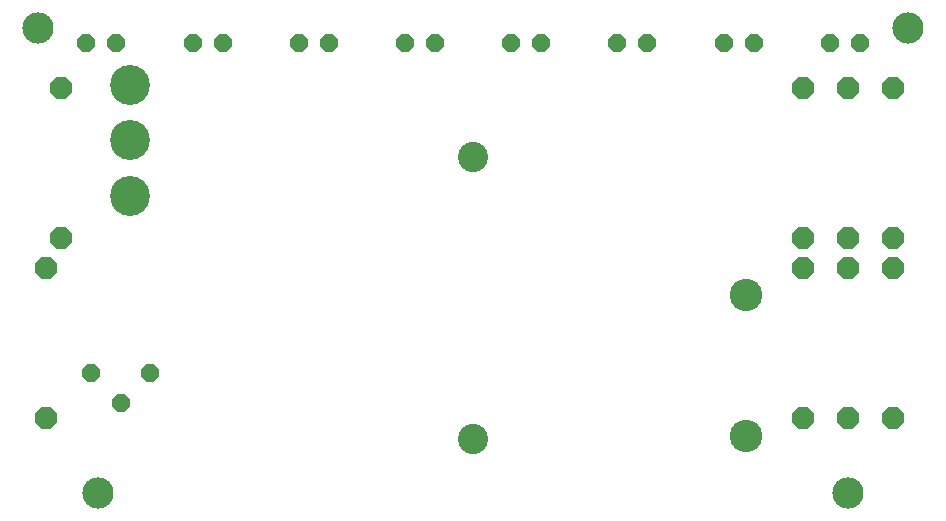
<source format=gbr>
G04 EAGLE Gerber X2 export*
%TF.Part,Single*%
%TF.FileFunction,Soldermask,Top,1*%
%TF.FilePolarity,Negative*%
%TF.GenerationSoftware,Autodesk,EAGLE,9.0.1*%
%TF.CreationDate,2020-01-09T19:49:54Z*%
G75*
%MOMM*%
%FSLAX34Y34*%
%LPD*%
%AMOC8*
5,1,8,0,0,1.08239X$1,22.5*%
G01*
%ADD10C,2.641600*%
%ADD11C,2.565400*%
%ADD12C,2.743200*%
%ADD13P,1.649562X8X202.500000*%
%ADD14P,2.005885X8X112.500000*%
%ADD15P,1.649562X8X22.500000*%
%ADD16C,3.378200*%


D10*
X25400Y419100D03*
X76200Y25400D03*
X711200Y25400D03*
X762000Y419100D03*
D11*
X393700Y71120D03*
X393700Y309880D03*
D12*
X624840Y73660D03*
X624840Y193040D03*
D13*
X721106Y406400D03*
X695706Y406400D03*
X631190Y406400D03*
X605790Y406400D03*
X541274Y406400D03*
X515874Y406400D03*
X451358Y406400D03*
X425958Y406400D03*
X361442Y406400D03*
X336042Y406400D03*
X271526Y406400D03*
X246126Y406400D03*
X181610Y406400D03*
X156210Y406400D03*
X91694Y406400D03*
X66294Y406400D03*
D14*
X749300Y241300D03*
X749300Y368300D03*
X711200Y241300D03*
X711200Y368300D03*
X673100Y241300D03*
X673100Y368300D03*
X673100Y88900D03*
X673100Y215900D03*
X711200Y88900D03*
X711200Y215900D03*
X749300Y88900D03*
X749300Y215900D03*
X31750Y88900D03*
X31750Y215900D03*
X44450Y241300D03*
X44450Y368300D03*
D15*
X120396Y127000D03*
X70104Y127000D03*
X95250Y101600D03*
D16*
X102870Y371094D03*
X102870Y324104D03*
X102870Y277114D03*
M02*

</source>
